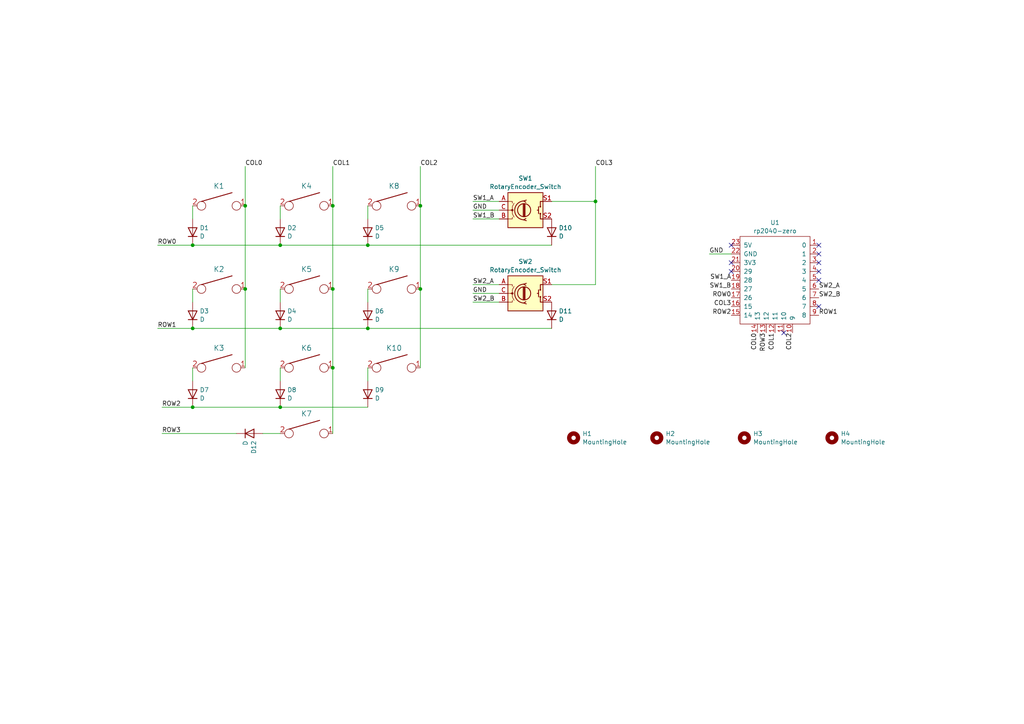
<source format=kicad_sch>
(kicad_sch (version 20230121) (generator eeschema)
  (paper "A4")
  (lib_symbols
    (symbol "Device:D" (pin_numbers hide) (pin_names (offset 1.016) hide)
      (property "Reference" "D" (at 0 2.54 0))
      (property "Value" "D" (at 0 -2.54 0))
      (symbol "D_0_1"
        (polyline (pts (xy -1.27 1.27) (xy -1.27 -1.27)) (stroke (width 0.254)))
        (polyline (pts (xy 1.27 0) (xy -1.27 0)))
        (polyline (pts (xy 1.27 1.27) (xy 1.27 -1.27) (xy -1.27 0) (xy 1.27 1.27)) (stroke (width 0.254)))
      )
      (symbol "D_1_1"
        (pin passive line (at -3.81 0 0) (length 2.54) (name "K") (number "1"))
        (pin passive line (at 3.81 0 180) (length 2.54) (name "A") (number "2"))
      )
    )
    (symbol "Device:RotaryEncoder_Switch" (pin_names (offset 0.254) hide)
      (property "Reference" "SW" (at 0 6.604 0))
      (property "Value" "RotaryEncoder_Switch" (at 0 -6.604 0))
      (symbol "RotaryEncoder_Switch_0_1"
        (rectangle (start -5.08 5.08) (end 5.08 -5.08) (stroke (width 0.254)) (fill (type background)))
        (circle (center -3.81 0) (radius 0.254) (fill (type outline)))
        (circle (center -0.381 0) (radius 1.905) (stroke (width 0.254)))
        (arc (start -0.381 2.667) (mid -3.0988 -0.0635) (end -0.381 -2.794) (stroke (width 0.254)))
        (polyline (pts (xy -0.635 -1.778) (xy -0.635 1.778)) (stroke (width 0.254)))
        (polyline (pts (xy -0.381 -1.778) (xy -0.381 1.778)) (stroke (width 0.254)))
        (polyline (pts (xy -0.127 1.778) (xy -0.127 -1.778)) (stroke (width 0.254)))
        (polyline (pts (xy 3.81 0) (xy 3.429 0)) (stroke (width 0.254)))
        (polyline (pts (xy 3.81 1.016) (xy 3.81 -1.016)) (stroke (width 0.254)))
        (polyline (pts (xy -5.08 -2.54) (xy -3.81 -2.54) (xy -3.81 -2.032)))
        (polyline (pts (xy -5.08 2.54) (xy -3.81 2.54) (xy -3.81 2.032)))
        (polyline (pts (xy 0.254 -3.048) (xy -0.508 -2.794) (xy 0.127 -2.413)) (stroke (width 0.254)))
        (polyline (pts (xy 0.254 2.921) (xy -0.508 2.667) (xy 0.127 2.286)) (stroke (width 0.254)))
        (polyline (pts (xy 5.08 -2.54) (xy 4.318 -2.54) (xy 4.318 -1.016)) (stroke (width 0.254)))
        (polyline (pts (xy 5.08 2.54) (xy 4.318 2.54) (xy 4.318 1.016)) (stroke (width 0.254)))
        (polyline (pts (xy -5.08 0) (xy -3.81 0) (xy -3.81 -1.016) (xy -3.302 -2.032)))
        (polyline (pts (xy -4.318 0) (xy -3.81 0) (xy -3.81 1.016) (xy -3.302 2.032)))
        (circle (center 4.318 -1.016) (radius 0.127) (stroke (width 0.254)))
        (circle (center 4.318 1.016) (radius 0.127) (stroke (width 0.254)))
      )
      (symbol "RotaryEncoder_Switch_1_1"
        (pin passive line (at -7.62 2.54 0) (length 2.54) (name "A") (number "A"))
        (pin passive line (at -7.62 -2.54 0) (length 2.54) (name "B") (number "B"))
        (pin passive line (at -7.62 0 0) (length 2.54) (name "C") (number "C"))
        (pin passive line (at 7.62 2.54 180) (length 2.54) (name "S1") (number "S1"))
        (pin passive line (at 7.62 -2.54 180) (length 2.54) (name "S2") (number "S2"))
      )
    )
    (symbol "Mechanical:MountingHole" (pin_names (offset 1.016))
      (property "Reference" "H" (at 0 5.08 0))
      (property "Value" "MountingHole" (at 0 3.175 0))
      (symbol "MountingHole_0_1"
        (circle (center 0 0) (radius 1.27) (stroke (width 1.27)))
      )
    )
    (symbol "keyboard_parts:KEYSW" (pin_names (offset 1.016))
      (property "Reference" "K?" (at -1.27 0 0))
      (symbol "KEYSW_0_1"
        (circle (center -5.08 0) (radius 1.27))
        (polyline (pts (xy -5.08 1.27) (xy 3.81 3.81)) (stroke (width 0.254)))
        (circle (center 5.08 0) (radius 1.27))
      )
      (symbol "KEYSW_1_1"
        (pin passive line (at 7.62 0 180) (length 1.27) (name "~") (number "1"))
        (pin passive line (at -7.62 0 0) (length 1.27) (name "~") (number "2"))
      )
    )
    (symbol "mcu:rp2040-zero" (pin_names (offset 1.016))
      (property "Reference" "U" (at 0 15.24 0))
      (property "Value" "rp2040-zero" (at 0 12.7 0))
      (symbol "rp2040-zero_0_1"
        (rectangle (start -10.16 11.43) (end 10.16 -13.97))
      )
      (symbol "rp2040-zero_1_1"
        (pin bidirectional line (at 12.7 8.89 180) (length 2.54) (name "0") (number "1"))
        (pin bidirectional line (at 5.08 -16.51 90) (length 2.54) (name "9") (number "10"))
        (pin bidirectional line (at 2.54 -16.51 90) (length 2.54) (name "10") (number "11"))
        (pin bidirectional line (at 0 -16.51 90) (length 2.54) (name "11") (number "12"))
        (pin bidirectional line (at -2.54 -16.51 90) (length 2.54) (name "12") (number "13"))
        (pin bidirectional line (at -5.08 -16.51 90) (length 2.54) (name "13") (number "14"))
        (pin bidirectional line (at -12.7 -11.43 0) (length 2.54) (name "14") (number "15"))
        (pin bidirectional line (at -12.7 -8.89 0) (length 2.54) (name "15") (number "16"))
        (pin bidirectional line (at -12.7 -6.35 0) (length 2.54) (name "26") (number "17"))
        (pin bidirectional line (at -12.7 -3.81 0) (length 2.54) (name "27") (number "18"))
        (pin bidirectional line (at -12.7 -1.27 0) (length 2.54) (name "28") (number "19"))
        (pin bidirectional line (at 12.7 6.35 180) (length 2.54) (name "1") (number "2"))
        (pin bidirectional line (at -12.7 1.27 0) (length 2.54) (name "29") (number "20"))
        (pin power_out line (at -12.7 3.81 0) (length 2.54) (name "3V3") (number "21"))
        (pin power_out line (at -12.7 6.35 0) (length 2.54) (name "GND") (number "22"))
        (pin power_out line (at -12.7 8.89 0) (length 2.54) (name "5V") (number "23"))
        (pin bidirectional line (at 12.7 3.81 180) (length 2.54) (name "2") (number "3"))
        (pin bidirectional line (at 12.7 1.27 180) (length 2.54) (name "3") (number "4"))
        (pin bidirectional line (at 12.7 -1.27 180) (length 2.54) (name "4") (number "5"))
        (pin bidirectional line (at 12.7 -3.81 180) (length 2.54) (name "5") (number "6"))
        (pin bidirectional line (at 12.7 -6.35 180) (length 2.54) (name "6") (number "7"))
        (pin bidirectional line (at 12.7 -8.89 180) (length 2.54) (name "7") (number "8"))
        (pin bidirectional line (at 12.7 -11.43 180) (length 2.54) (name "8") (number "9"))
      )
    )
  )
  (junction (at 106.68 95.25))
  (junction (at 106.68 71.12))
  (junction (at 55.88 71.12))
  (junction (at 81.28 95.25))
  (junction (at 172.72 58.42))
  (junction (at 71.12 59.69))
  (junction (at 96.52 106.68))
  (junction (at 81.28 118.11))
  (junction (at 121.92 83.82))
  (junction (at 55.88 95.25))
  (junction (at 71.12 83.82))
  (junction (at 55.88 118.11))
  (junction (at 96.52 59.69))
  (junction (at 81.28 71.12))
  (junction (at 96.52 83.82))
  (junction (at 121.92 59.69))
  (no_connect (at 212.09 78.74))
  (no_connect (at 237.49 71.12))
  (no_connect (at 237.49 73.66))
  (no_connect (at 237.49 78.74))
  (no_connect (at 237.49 88.9))
  (no_connect (at 227.33 96.52))
  (no_connect (at 212.09 71.12))
  (no_connect (at 237.49 81.28))
  (no_connect (at 237.49 76.2))
  (no_connect (at 212.09 76.2))
  (wire (pts (xy 71.12 83.82) (xy 71.12 106.68)))
  (wire (pts (xy 55.88 118.11) (xy 81.28 118.11)))
  (wire (pts (xy 106.68 106.68) (xy 106.68 110.49)))
  (wire (pts (xy 137.16 87.63) (xy 144.78 87.63)))
  (wire (pts (xy 76.2 125.73) (xy 81.28 125.73)))
  (wire (pts (xy 45.72 71.12) (xy 55.88 71.12)))
  (wire (pts (xy 137.16 58.42) (xy 144.78 58.42)))
  (wire (pts (xy 81.28 106.68) (xy 81.28 110.49)))
  (wire (pts (xy 172.72 82.55) (xy 160.02 82.55)))
  (wire (pts (xy 55.88 59.69) (xy 55.88 63.5)))
  (wire (pts (xy 71.12 59.69) (xy 71.12 83.82)))
  (wire (pts (xy 81.28 71.12) (xy 106.68 71.12)))
  (wire (pts (xy 205.74 73.66) (xy 212.09 73.66)))
  (wire (pts (xy 137.16 60.96) (xy 144.78 60.96)))
  (wire (pts (xy 55.88 106.68) (xy 55.88 110.49)))
  (wire (pts (xy 160.02 58.42) (xy 172.72 58.42)))
  (wire (pts (xy 96.52 83.82) (xy 96.52 106.68)))
  (wire (pts (xy 121.92 83.82) (xy 121.92 106.68)))
  (wire (pts (xy 45.72 95.25) (xy 55.88 95.25)))
  (wire (pts (xy 96.52 106.68) (xy 96.52 125.73)))
  (wire (pts (xy 137.16 82.55) (xy 144.78 82.55)))
  (wire (pts (xy 81.28 118.11) (xy 106.68 118.11)))
  (wire (pts (xy 55.88 83.82) (xy 55.88 87.63)))
  (wire (pts (xy 81.28 95.25) (xy 106.68 95.25)))
  (wire (pts (xy 55.88 95.25) (xy 81.28 95.25)))
  (wire (pts (xy 137.16 85.09) (xy 144.78 85.09)))
  (wire (pts (xy 46.99 125.73) (xy 68.58 125.73)))
  (wire (pts (xy 172.72 58.42) (xy 172.72 82.55)))
  (wire (pts (xy 121.92 59.69) (xy 121.92 83.82)))
  (wire (pts (xy 55.88 71.12) (xy 81.28 71.12)))
  (wire (pts (xy 172.72 48.26) (xy 172.72 58.42)))
  (wire (pts (xy 106.68 71.12) (xy 160.02 71.12)))
  (wire (pts (xy 106.68 95.25) (xy 160.02 95.25)))
  (wire (pts (xy 137.16 63.5) (xy 144.78 63.5)))
  (wire (pts (xy 71.12 48.26) (xy 71.12 59.69)))
  (wire (pts (xy 81.28 59.69) (xy 81.28 63.5)))
  (wire (pts (xy 96.52 59.69) (xy 96.52 83.82)))
  (wire (pts (xy 106.68 59.69) (xy 106.68 63.5)))
  (wire (pts (xy 106.68 83.82) (xy 106.68 87.63)))
  (wire (pts (xy 46.99 118.11) (xy 55.88 118.11)))
  (wire (pts (xy 81.28 83.82) (xy 81.28 87.63)))
  (wire (pts (xy 121.92 48.26) (xy 121.92 59.69)))
  (wire (pts (xy 96.52 48.26) (xy 96.52 59.69)))
  (label "ROW3" (at 46.99 125.73 0))
  (label "GND" (at 137.16 85.09 0))
  (label "SW2_B" (at 237.49 86.36 0))
  (label "COL3" (at 212.09 88.9 180))
  (label "SW1_B" (at 212.09 83.82 180))
  (label "COL1" (at 224.79 96.52 270))
  (label "SW1_A" (at 137.16 58.42 0))
  (label "SW1_B" (at 137.16 63.5 0))
  (label "ROW3" (at 222.25 96.52 270))
  (label "ROW1" (at 237.49 91.44 0))
  (label "SW2_A" (at 237.49 83.82 0))
  (label "COL3" (at 172.72 48.26 0))
  (label "ROW0" (at 212.09 86.36 180))
  (label "COL2" (at 121.92 48.26 0))
  (label "COL0" (at 71.12 48.26 0))
  (label "SW2_B" (at 137.16 87.63 0))
  (label "ROW0" (at 45.72 71.12 0))
  (label "COL1" (at 96.52 48.26 0))
  (label "SW2_A" (at 137.16 82.55 0))
  (label "GND" (at 137.16 60.96 0))
  (label "ROW1" (at 45.72 95.25 0))
  (label "SW1_A" (at 212.09 81.28 180))
  (label "COL2" (at 229.87 96.52 270))
  (label "GND" (at 205.74 73.66 0))
  (label "COL0" (at 219.71 96.52 270))
  (label "ROW2" (at 212.09 91.44 180))
  (label "ROW2" (at 46.99 118.11 0))
  (symbol (lib_id "Device:D") (at 72.39 125.73 0) (unit 1)
    (property "Reference" "D12" (at 73.6021 127.762 90) (effects (justify right)))
    (property "Value" "D" (at 71.1779 127.762 90) (effects (justify right)))
    (property "Footprint" "Diode_SMD:D_SOD-123" (effects hide))
    (property "Sim.Device" "D" (effects hide))
    (property "Sim.Pins" "1=K 2=A" (effects hide))
  )
  (symbol (lib_id "keyboard_parts:KEYSW") (at 63.5 59.69 0) (unit 1)
    (property "Reference" "K1" (at 63.5 53.9556 0) (effects (font (size 1.524 1.524))))
    (property "Value" "KEYSW" (effects hide))
    (property "Footprint" "keebs.pretty-master:Mx_Alps_100" (effects hide))
  )
  (symbol (lib_id "Device:D") (at 160.02 67.31 90) (unit 1)
    (property "Reference" "D10" (at 162.052 66.0979 90) (effects (justify right)))
    (property "Value" "D" (at 162.052 68.5221 90) (effects (justify right)))
    (property "Footprint" "Diode_SMD:D_SOD-123" (effects hide))
    (property "Sim.Device" "D" (effects hide))
    (property "Sim.Pins" "1=K 2=A" (effects hide))
  )
  (symbol (lib_id "keyboard_parts:KEYSW") (at 88.9 83.82 0) (unit 1)
    (property "Reference" "K5" (at 88.9 78.0856 0) (effects (font (size 1.524 1.524))))
    (property "Value" "KEYSW" (effects hide))
    (property "Footprint" "keebs.pretty-master:Mx_Alps_100" (effects hide))
  )
  (symbol (lib_id "keyboard_parts:KEYSW") (at 63.5 106.68 0) (unit 1)
    (property "Reference" "K3" (at 63.5 100.9456 0) (effects (font (size 1.524 1.524))))
    (property "Value" "KEYSW" (effects hide))
    (property "Footprint" "keebs.pretty-master:Mx_Alps_100" (effects hide))
  )
  (symbol (lib_id "keyboard_parts:KEYSW") (at 88.9 59.69 0) (unit 1)
    (property "Reference" "K4" (at 88.9 53.9556 0) (effects (font (size 1.524 1.524))))
    (property "Value" "KEYSW" (effects hide))
    (property "Footprint" "keebs.pretty-master:Mx_Alps_100" (effects hide))
  )
  (symbol (lib_id "Mechanical:MountingHole") (at 215.9 127 0) (unit 1)
    (property "Reference" "H3" (at 218.44 125.7879 0) (effects (justify left)))
    (property "Value" "MountingHole" (at 218.44 128.2121 0) (effects (justify left)))
    (property "Footprint" "MountingHole:MountingHole_3.2mm_M3_ISO7380" (effects hide))
  )
  (symbol (lib_id "Device:D") (at 81.28 67.31 90) (unit 1)
    (property "Reference" "D2" (at 83.312 66.0979 90) (effects (justify right)))
    (property "Value" "D" (at 83.312 68.5221 90) (effects (justify right)))
    (property "Footprint" "Diode_SMD:D_SOD-123" (effects hide))
    (property "Sim.Device" "D" (effects hide))
    (property "Sim.Pins" "1=K 2=A" (effects hide))
  )
  (symbol (lib_id "Device:RotaryEncoder_Switch") (at 152.4 85.09 0) (unit 1)
    (property "Reference" "SW2" (at 152.4 75.8657 0))
    (property "Value" "RotaryEncoder_Switch" (at 152.4 78.2899 0))
    (property "Footprint" "Rotary_Encoder:RotaryEncoder_Alps_EC11E-Switch_Vertical_H20mm" (effects hide))
  )
  (symbol (lib_id "Device:D") (at 106.68 67.31 90) (unit 1)
    (property "Reference" "D5" (at 108.712 66.0979 90) (effects (justify right)))
    (property "Value" "D" (at 108.712 68.5221 90) (effects (justify right)))
    (property "Footprint" "Diode_SMD:D_SOD-123" (effects hide))
    (property "Sim.Device" "D" (effects hide))
    (property "Sim.Pins" "1=K 2=A" (effects hide))
  )
  (symbol (lib_id "Device:RotaryEncoder_Switch") (at 152.4 60.96 0) (unit 1)
    (property "Reference" "SW1" (at 152.4 51.7357 0))
    (property "Value" "RotaryEncoder_Switch" (at 152.4 54.1599 0))
    (property "Footprint" "Rotary_Encoder:RotaryEncoder_Alps_EC11E-Switch_Vertical_H20mm" (effects hide))
  )
  (symbol (lib_id "Device:D") (at 55.88 91.44 90) (unit 1)
    (property "Reference" "D3" (at 57.912 90.2279 90) (effects (justify right)))
    (property "Value" "D" (at 57.912 92.6521 90) (effects (justify right)))
    (property "Footprint" "Diode_SMD:D_SOD-123" (effects hide))
    (property "Sim.Device" "D" (effects hide))
    (property "Sim.Pins" "1=K 2=A" (effects hide))
  )
  (symbol (lib_id "keyboard_parts:KEYSW") (at 114.3 106.68 0) (unit 1)
    (property "Reference" "K10" (at 114.3 100.9456 0) (effects (font (size 1.524 1.524))))
    (property "Value" "KEYSW" (effects hide))
    (property "Footprint" "keebs.pretty-master:Mx_Alps_100" (effects hide))
  )
  (symbol (lib_id "Device:D") (at 160.02 91.44 90) (unit 1)
    (property "Reference" "D11" (at 162.052 90.2279 90) (effects (justify right)))
    (property "Value" "D" (at 162.052 92.6521 90) (effects (justify right)))
    (property "Footprint" "Diode_SMD:D_SOD-123" (effects hide))
    (property "Sim.Device" "D" (effects hide))
    (property "Sim.Pins" "1=K 2=A" (effects hide))
  )
  (symbol (lib_id "keyboard_parts:KEYSW") (at 88.9 125.73 0) (unit 1)
    (property "Reference" "K7" (at 88.9 119.9956 0) (effects (font (size 1.524 1.524))))
    (property "Value" "KEYSW" (effects hide))
    (property "Footprint" "keebs.pretty-master:Mx_Alps_275" (effects hide))
  )
  (symbol (lib_id "keyboard_parts:KEYSW") (at 88.9 106.68 0) (unit 1)
    (property "Reference" "K6" (at 88.9 100.9456 0) (effects (font (size 1.524 1.524))))
    (property "Value" "KEYSW" (effects hide))
    (property "Footprint" "keebs.pretty-master:Mx_Alps_100" (effects hide))
  )
  (symbol (lib_id "keyboard_parts:KEYSW") (at 114.3 59.69 0) (unit 1)
    (property "Reference" "K8" (at 114.3 53.9556 0) (effects (font (size 1.524 1.524))))
    (property "Value" "KEYSW" (effects hide))
    (property "Footprint" "keebs.pretty-master:Mx_Alps_100" (effects hide))
  )
  (symbol (lib_id "Device:D") (at 106.68 114.3 90) (unit 1)
    (property "Reference" "D9" (at 108.712 113.0879 90) (effects (justify right)))
    (property "Value" "D" (at 108.712 115.5121 90) (effects (justify right)))
    (property "Footprint" "Diode_SMD:D_SOD-123" (effects hide))
    (property "Sim.Device" "D" (effects hide))
    (property "Sim.Pins" "1=K 2=A" (effects hide))
  )
  (symbol (lib_id "keyboard_parts:KEYSW") (at 63.5 83.82 0) (unit 1)
    (property "Reference" "K2" (at 63.5 78.0856 0) (effects (font (size 1.524 1.524))))
    (property "Value" "KEYSW" (effects hide))
    (property "Footprint" "keebs.pretty-master:Mx_Alps_100" (effects hide))
  )
  (symbol (lib_id "Device:D") (at 55.88 114.3 90) (unit 1)
    (property "Reference" "D7" (at 57.912 113.0879 90) (effects (justify right)))
    (property "Value" "D" (at 57.912 115.5121 90) (effects (justify right)))
    (property "Footprint" "Diode_SMD:D_SOD-123" (effects hide))
    (property "Sim.Device" "D" (effects hide))
    (property "Sim.Pins" "1=K 2=A" (effects hide))
  )
  (symbol (lib_id "Device:D") (at 81.28 114.3 90) (unit 1)
    (property "Reference" "D8" (at 83.312 113.0879 90) (effects (justify right)))
    (property "Value" "D" (at 83.312 115.5121 90) (effects (justify right)))
    (property "Footprint" "Diode_SMD:D_SOD-123" (effects hide))
    (property "Sim.Device" "D" (effects hide))
    (property "Sim.Pins" "1=K 2=A" (effects hide))
  )
  (symbol (lib_id "Mechanical:MountingHole") (at 190.5 127 0) (unit 1)
    (property "Reference" "H2" (at 193.04 125.7879 0) (effects (justify left)))
    (property "Value" "MountingHole" (at 193.04 128.2121 0) (effects (justify left)))
    (property "Footprint" "MountingHole:MountingHole_3.2mm_M3_ISO7380" (effects hide))
  )
  (symbol (lib_id "Mechanical:MountingHole") (at 241.3 127 0) (unit 1)
    (property "Reference" "H4" (at 243.84 125.7879 0) (effects (justify left)))
    (property "Value" "MountingHole" (at 243.84 128.2121 0) (effects (justify left)))
    (property "Footprint" "MountingHole:MountingHole_3.2mm_M3_ISO7380" (effects hide))
  )
  (symbol (lib_id "Device:D") (at 81.28 91.44 90) (unit 1)
    (property "Reference" "D4" (at 83.312 90.2279 90) (effects (justify right)))
    (property "Value" "D" (at 83.312 92.6521 90) (effects (justify right)))
    (property "Footprint" "Diode_SMD:D_SOD-123" (effects hide))
    (property "Sim.Device" "D" (effects hide))
    (property "Sim.Pins" "1=K 2=A" (effects hide))
  )
  (symbol (lib_id "keyboard_parts:KEYSW") (at 114.3 83.82 0) (unit 1)
    (property "Reference" "K9" (at 114.3 78.0856 0) (effects (font (size 1.524 1.524))))
    (property "Value" "KEYSW" (effects hide))
    (property "Footprint" "keebs.pretty-master:Mx_Alps_100" (effects hide))
  )
  (symbol (lib_id "Mechanical:MountingHole") (at 166.37 127 0) (unit 1)
    (property "Reference" "H1" (at 168.91 125.7879 0) (effects (justify left)))
    (property "Value" "MountingHole" (at 168.91 128.2121 0) (effects (justify left)))
    (property "Footprint" "MountingHole:MountingHole_3.2mm_M3_ISO7380" (effects hide))
  )
  (symbol (lib_id "Device:D") (at 106.68 91.44 90) (unit 1)
    (property "Reference" "D6" (at 108.712 90.2279 90) (effects (justify right)))
    (property "Value" "D" (at 108.712 92.6521 90) (effects (justify right)))
    (property "Footprint" "Diode_SMD:D_SOD-123" (effects hide))
    (property "Sim.Device" "D" (effects hide))
    (property "Sim.Pins" "1=K 2=A" (effects hide))
  )
  (symbol (lib_id "Device:D") (at 55.88 67.31 90) (unit 1)
    (property "Reference" "D1" (at 57.912 66.0979 90) (effects (justify right)))
    (property "Value" "D" (at 57.912 68.5221 90) (effects (justify right)))
    (property "Footprint" "Diode_SMD:D_SOD-123" (effects hide))
    (property "Sim.Device" "D" (effects hide))
    (property "Sim.Pins" "1=K 2=A" (effects hide))
  )
  (symbol (lib_id "mcu:rp2040-zero") (at 224.79 80.01 0) (unit 1)
    (property "Reference" "U1" (at 224.79 64.5627 0))
    (property "Value" "rp2040-zero" (at 224.79 66.9869 0))
    (property "Footprint" "mcu:rp2040-zero-tht" (effects hide))
  )
)
</source>
